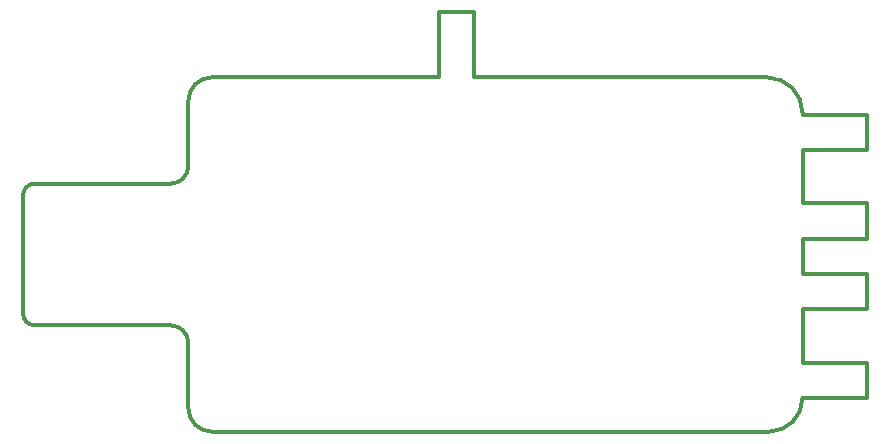
<source format=gm1>
G04*
G04 #@! TF.GenerationSoftware,Altium Limited,Altium Designer,19.0.11 (319)*
G04*
G04 Layer_Color=16711935*
%FSLAX44Y44*%
%MOMM*%
G71*
G01*
G75*
%ADD61C,0.3000*%
D61*
X140000Y20000D02*
G03*
X160000Y0I20000J0D01*
G01*
X631500Y1D02*
G03*
X660000Y28500I0J28500D01*
G01*
Y270000D02*
G03*
X630000Y300000I-30000J0D01*
G01*
X160000Y300000D02*
G03*
X140000Y280000I0J-20000D01*
G01*
X125001Y210000D02*
G03*
X140000Y225001I-1J15000D01*
G01*
X10000Y210000D02*
G03*
X0Y200000I0J-10000D01*
G01*
Y100000D02*
G03*
X10000Y90000I10000J0D01*
G01*
X140000Y75001D02*
G03*
X125001Y90000I-14999J0D01*
G01*
X660000Y58500D02*
X670000D01*
X660000Y28500D02*
X670000D01*
X670000Y133502D02*
X715000D01*
X660000D02*
X670000D01*
X660000Y103502D02*
X670000D01*
X670000Y193500D02*
X715000D01*
X660000Y268500D02*
X715000D01*
X660000Y193500D02*
X670000D01*
X660000Y163500D02*
X670000D01*
X382249Y300000D02*
X630000D01*
X160000Y300000D02*
X352250D01*
Y355000D01*
X382250Y300000D02*
Y355000D01*
X352250D02*
X382250D01*
X660000Y193500D02*
Y238501D01*
X670000Y28500D02*
X715000D01*
X660000Y268500D02*
Y270000D01*
X660000Y238501D02*
X715000D01*
X660000Y133502D02*
Y163500D01*
X670000D02*
X715000D01*
X660000Y58500D02*
X660000Y103502D01*
X670000D02*
X715000D01*
X670000Y58500D02*
X715000D01*
Y28500D02*
Y58500D01*
Y163500D02*
Y193500D01*
Y103502D02*
Y133502D01*
Y238501D02*
Y268500D01*
X140000Y20000D02*
Y75001D01*
X160000Y0D02*
X631500D01*
X140000Y225001D02*
Y280000D01*
X10000Y210000D02*
X125001D01*
X0Y100000D02*
Y200000D01*
X10000Y90000D02*
X125001D01*
M02*

</source>
